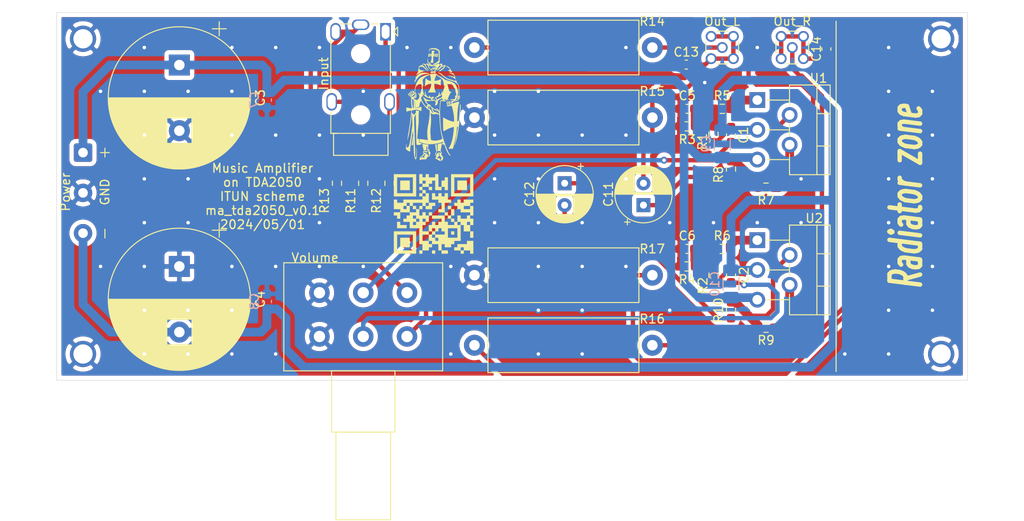
<source format=kicad_pcb>
(kicad_pcb (version 20171130) (host pcbnew "(5.1.12)-1")
  (title_block (title ma_tda2050) (date 2024-05-01) (rev v0.1) (company piro.tex))
  (layers (0 F.Cu signal) (31 B.Cu signal) (34 B.Paste user) (35 F.Paste user) (36 B.SilkS user) (37 F.SilkS user) (38 B.Mask user) (39 F.Mask user) (44 Edge.Cuts user))
  (net 0 "")
  (net 1 GND)
  (net 2 +VDC)
  (net 3 -VDC)
  (net 4 "Net-(C6-Pad1)")
  (net 5 "Net-(J3-Pad1)")
  (net 6 /ch_l)
  (net 7 "Net-(C1-Pad1)")
  (net 8 /ch_r)
  (net 9 "Net-(C2-Pad1)")
  (net 10 "Net-(C5-Pad1)")
  (net 11 "Net-(C11-Pad2)")
  (net 12 "Net-(C11-Pad1)")
  (net 13 "Net-(C12-Pad2)")
  (net 14 "Net-(C12-Pad1)")
  (net 15 "Net-(C13-Pad1)")
  (net 16 "Net-(C14-Pad1)")
  (net 17 "Net-(J2-PadT)")
  (net 18 "Net-(J2-PadS)")
  (net 19 "Net-(J2-PadR)")
  (net 20 "Net-(J4-Pad1)")
  (net 21 "Net-(R5-Pad1)")
  (net 22 "Net-(R6-Pad1)")
  (net 23 "Net-(R7-Pad2)")
  (net 24 "Net-(R10-Pad2)")
  (net 25 "Net-(R11-Pad1)")
  (net 26 "Net-(R12-Pad1)")
  (module mine:knight_10x13mm (layer F.Cu) (at 123 96.5)
    (fp_text reference G*** hide)
    (fp_text value LOGO hide)
  )
  (module mine:qr_code_front_10mm (layer F.Cu) (at 123 109)
    (fp_text reference G*** hide)
    (fp_text value LOGO hide)
  )
  (module MountingHole:MountingHole_2.2mm_M2 (layer F.Cu) (at 181 89)
    (fp_text reference REF** hide)
    (fp_text value MountingHole_2.2mm_M2)
    (pad 1 thru_hole circle (at 0 0) (size 3 3) (drill 2.2) (layers *.Cu *.Mask) (net 1 GND))
  )
  (module MountingHole:MountingHole_2.2mm_M2 (layer F.Cu) (at 181 125)
    (fp_text reference REF** hide)
    (fp_text value MountingHole_2.2mm_M2)
    (pad 1 thru_hole circle (at 0 0) (size 3 3) (drill 2.2) (layers *.Cu *.Mask) (net 1 GND))
  )
  (module MountingHole:MountingHole_2.2mm_M2 (layer F.Cu) (at 83 125)
    (fp_text reference REF** hide)
    (fp_text value MountingHole_2.2mm_M2)
    (pad 1 thru_hole circle (at 0 0) (size 3 3) (drill 2.2) (layers *.Cu *.Mask) (net 1 GND))
  )
  (module MountingHole:MountingHole_2.2mm_M2 (layer F.Cu) (at 83 89)
    (fp_text reference REF** hide)
    (fp_text value MountingHole_2.2mm_M2)
    (pad 1 thru_hole circle (at 0 0) (size 3 3) (drill 2.2) (layers *.Cu *.Mask) (net 1 GND))
  )
  (module Package_TO_SOT_THT:TO-220-5_P3.4x3.7mm_StaggerOdd_Lead3.8mm_Vertical (layer F.Cu) (at 160 112 270)
    (fp_text reference U2 (at -2.5 -6.5 180) (layer F.SilkS))
    (fp_text value TDA2050)
    (pad 5 thru_hole oval (at 6.8 0 270) (size 1.8 1.8) (drill 1.1) (layers *.Cu *.Mask) (net 2 +VDC))
    (pad 4 thru_hole oval (at 5.1 -3.7 270) (size 1.8 1.8) (drill 1.1) (layers *.Cu *.Mask) (net 20 "Net-(J4-Pad1)"))
    (pad 3 thru_hole oval (at 3.4 0 270) (size 1.8 1.8) (drill 1.1) (layers *.Cu *.Mask) (net 3 -VDC))
    (pad 2 thru_hole oval (at 1.7 -3.7 270) (size 1.8 1.8) (drill 1.1) (layers *.Cu *.Mask) (net 24 "Net-(R10-Pad2)"))
    (pad 1 thru_hole rect (at 0 0 270) (size 1.8 1.8) (drill 1.1) (layers *.Cu *.Mask) (net 22 "Net-(R6-Pad1)"))
  )
  (module Package_TO_SOT_THT:TO-220-5_P3.4x3.7mm_StaggerOdd_Lead3.8mm_Vertical (layer F.Cu) (at 160 96 270)
    (fp_text reference U1 (at -2.5 -7 180) (layer F.SilkS))
    (fp_text value TDA2050)
    (pad 5 thru_hole oval (at 6.8 0 270) (size 1.8 1.8) (drill 1.1) (layers *.Cu *.Mask) (net 2 +VDC))
    (pad 4 thru_hole oval (at 5.1 -3.7 270) (size 1.8 1.8) (drill 1.1) (layers *.Cu *.Mask) (net 5 "Net-(J3-Pad1)"))
    (pad 3 thru_hole oval (at 3.4 0 270) (size 1.8 1.8) (drill 1.1) (layers *.Cu *.Mask) (net 3 -VDC))
    (pad 2 thru_hole oval (at 1.7 -3.7 270) (size 1.8 1.8) (drill 1.1) (layers *.Cu *.Mask) (net 23 "Net-(R7-Pad2)"))
    (pad 1 thru_hole rect (at 0 0 270) (size 1.8 1.8) (drill 1.1) (layers *.Cu *.Mask) (net 21 "Net-(R5-Pad1)"))
  )
  (module Potentiometer_THT:Potentiometer_Alps_RK163_Dual_Horizontal (layer F.Cu) (at 110 123 270)
    (fp_text reference RV1 hide)
    (fp_text value 5k)
    (pad 4 thru_hole circle (at -5 0 270) (size 2.34 2.34) (drill 1.3) (layers *.Cu *.Mask) (net 1 GND))
    (pad 5 thru_hole circle (at -5 -5 270) (size 2.34 2.34) (drill 1.3) (layers *.Cu *.Mask) (net 6 /ch_l))
    (pad 6 thru_hole circle (at -5 -10 270) (size 2.34 2.34) (drill 1.3) (layers *.Cu *.Mask) (net 25 "Net-(R11-Pad1)"))
    (pad 1 thru_hole circle (at 0 0 270) (size 2.34 2.34) (drill 1.3) (layers *.Cu *.Mask) (net 1 GND))
    (pad 2 thru_hole circle (at 0 -5 270) (size 2.34 2.34) (drill 1.3) (layers *.Cu *.Mask) (net 8 /ch_r))
    (pad 3 thru_hole circle (at 0 -10 270) (size 2.34 2.34) (drill 1.3) (layers *.Cu *.Mask) (net 26 "Net-(R12-Pad1)"))
  )
  (module Resistor_THT:R_Axial_DIN0617_L17.0mm_D6.0mm_P20.32mm_Horizontal (layer F.Cu) (at 127.7 116)
    (fp_text reference R17 (at 20.3 -3) (layer F.SilkS))
    (fp_text value 0R2)
    (pad 2 thru_hole oval (at 20.32 0) (size 2.4 2.4) (drill 1.2) (layers *.Cu *.Mask) (net 13 "Net-(C12-Pad2)"))
    (pad 1 thru_hole circle (at 0 0) (size 2.4 2.4) (drill 1.2) (layers *.Cu *.Mask) (net 1 GND))
  )
  (module Resistor_THT:R_Axial_DIN0617_L17.0mm_D6.0mm_P20.32mm_Horizontal (layer F.Cu) (at 127.7 124)
    (fp_text reference R16 (at 20.3 -3) (layer F.SilkS))
    (fp_text value 2R2)
    (pad 2 thru_hole oval (at 20.32 0) (size 2.4 2.4) (drill 1.2) (layers *.Cu *.Mask) (net 20 "Net-(J4-Pad1)"))
    (pad 1 thru_hole circle (at 0 0) (size 2.4 2.4) (drill 1.2) (layers *.Cu *.Mask) (net 16 "Net-(C14-Pad1)"))
  )
  (module Resistor_THT:R_Axial_DIN0617_L17.0mm_D6.0mm_P20.32mm_Horizontal (layer F.Cu) (at 127.7 98)
    (fp_text reference R15 (at 20.3 -3) (layer F.SilkS))
    (fp_text value 0R2)
    (pad 2 thru_hole oval (at 20.32 0) (size 2.4 2.4) (drill 1.2) (layers *.Cu *.Mask) (net 11 "Net-(C11-Pad2)"))
    (pad 1 thru_hole circle (at 0 0) (size 2.4 2.4) (drill 1.2) (layers *.Cu *.Mask) (net 1 GND))
  )
  (module Resistor_THT:R_Axial_DIN0617_L17.0mm_D6.0mm_P20.32mm_Horizontal (layer F.Cu) (at 127.7 90)
    (fp_text reference R14 (at 20.3 -3) (layer F.SilkS))
    (fp_text value 2R2)
    (pad 2 thru_hole oval (at 20.32 0) (size 2.4 2.4) (drill 1.2) (layers *.Cu *.Mask) (net 5 "Net-(J3-Pad1)"))
    (pad 1 thru_hole circle (at 0 0) (size 2.4 2.4) (drill 1.2) (layers *.Cu *.Mask) (net 15 "Net-(C13-Pad1)"))
  )
  (module Resistor_SMD:R_0603_1608Metric_Pad0.98x0.95mm_HandSolder (layer F.Cu) (at 112 105.5 90)
    (fp_text reference R13 (at -2 -1.43 90) (layer F.SilkS))
    (fp_text value 0R)
    (pad 2 smd roundrect (at 0.9125 0 90) (size 0.975 0.95) (layers F.Cu F.Paste F.Mask) (net 18 "Net-(J2-PadS)"))
    (pad 1 smd roundrect (at -0.9125 0 90) (size 0.975 0.95) (layers F.Cu F.Paste F.Mask) (net 1 GND))
  )
  (module Resistor_SMD:R_0603_1608Metric_Pad0.98x0.95mm_HandSolder (layer F.Cu) (at 118 105.5 90)
    (fp_text reference R12 (at -2 -1.5 90) (layer F.SilkS))
    (fp_text value 0R)
    (pad 2 smd roundrect (at 0.9125 0 90) (size 0.975 0.95) (layers F.Cu F.Paste F.Mask) (net 19 "Net-(J2-PadR)"))
    (pad 1 smd roundrect (at -0.9125 0 90) (size 0.975 0.95) (layers F.Cu F.Paste F.Mask) (net 26 "Net-(R12-Pad1)"))
  )
  (module Resistor_SMD:R_0603_1608Metric_Pad0.98x0.95mm_HandSolder (layer F.Cu) (at 115 105.5 90)
    (fp_text reference R11 (at -2 -1.43 90) (layer F.SilkS))
    (fp_text value 0R)
    (pad 2 smd roundrect (at 0.9125 0 90) (size 0.975 0.95) (layers F.Cu F.Paste F.Mask) (net 17 "Net-(J2-PadT)"))
    (pad 1 smd roundrect (at -0.9125 0 90) (size 0.975 0.95) (layers F.Cu F.Paste F.Mask) (net 25 "Net-(R11-Pad1)"))
  )
  (module Resistor_SMD:R_0603_1608Metric_Pad0.98x0.95mm_HandSolder (layer F.Cu) (at 157 120 90)
    (fp_text reference R10 (at 0 -1.43 90) (layer F.SilkS))
    (fp_text value 1k)
    (pad 2 smd roundrect (at 0.9125 0 90) (size 0.975 0.95) (layers F.Cu F.Paste F.Mask) (net 24 "Net-(R10-Pad2)"))
    (pad 1 smd roundrect (at -0.9125 0 90) (size 0.975 0.95) (layers F.Cu F.Paste F.Mask) (net 14 "Net-(C12-Pad1)"))
  )
  (module Resistor_SMD:R_0603_1608Metric_Pad0.98x0.95mm_HandSolder (layer F.Cu) (at 161 122 180)
    (fp_text reference R9 (at 0 -1.43) (layer F.SilkS))
    (fp_text value 200k)
    (pad 2 smd roundrect (at 0.9125 0 180) (size 0.975 0.95) (layers F.Cu F.Paste F.Mask) (net 24 "Net-(R10-Pad2)"))
    (pad 1 smd roundrect (at -0.9125 0 180) (size 0.975 0.95) (layers F.Cu F.Paste F.Mask) (net 20 "Net-(J4-Pad1)"))
  )
  (module Resistor_SMD:R_0603_1608Metric_Pad0.98x0.95mm_HandSolder (layer F.Cu) (at 157 103.87 90)
    (fp_text reference R8 (at -0.63 -1.43 90) (layer F.SilkS))
    (fp_text value 1k)
    (pad 2 smd roundrect (at 0.9125 0 90) (size 0.975 0.95) (layers F.Cu F.Paste F.Mask) (net 23 "Net-(R7-Pad2)"))
    (pad 1 smd roundrect (at -0.9125 0 90) (size 0.975 0.95) (layers F.Cu F.Paste F.Mask) (net 12 "Net-(C11-Pad1)"))
  )
  (module Resistor_SMD:R_0603_1608Metric_Pad0.98x0.95mm_HandSolder (layer F.Cu) (at 161 106 180)
    (fp_text reference R7 (at 0 -1.43) (layer F.SilkS))
    (fp_text value 200k)
    (pad 2 smd roundrect (at 0.9125 0 180) (size 0.975 0.95) (layers F.Cu F.Paste F.Mask) (net 23 "Net-(R7-Pad2)"))
    (pad 1 smd roundrect (at -0.9125 0 180) (size 0.975 0.95) (layers F.Cu F.Paste F.Mask) (net 5 "Net-(J3-Pad1)"))
  )
  (module Resistor_SMD:R_0603_1608Metric_Pad0.98x0.95mm_HandSolder (layer F.Cu) (at 156 113 180)
    (fp_text reference R6 (at 0 1.5) (layer F.SilkS))
    (fp_text value 2k2)
    (pad 2 smd roundrect (at 0.9125 0 180) (size 0.975 0.95) (layers F.Cu F.Paste F.Mask) (net 4 "Net-(C6-Pad1)"))
    (pad 1 smd roundrect (at -0.9125 0 180) (size 0.975 0.95) (layers F.Cu F.Paste F.Mask) (net 22 "Net-(R6-Pad1)"))
  )
  (module Resistor_SMD:R_0603_1608Metric_Pad0.98x0.95mm_HandSolder (layer F.Cu) (at 156 97 180)
    (fp_text reference R5 (at 0 1.5) (layer F.SilkS))
    (fp_text value 2k2)
    (pad 2 smd roundrect (at 0.9125 0 180) (size 0.975 0.95) (layers F.Cu F.Paste F.Mask) (net 10 "Net-(C5-Pad1)"))
    (pad 1 smd roundrect (at -0.9125 0 180) (size 0.975 0.95) (layers F.Cu F.Paste F.Mask) (net 21 "Net-(R5-Pad1)"))
  )
  (module Resistor_SMD:R_0603_1608Metric_Pad0.98x0.95mm_HandSolder (layer F.Cu) (at 152 115)
    (fp_text reference R4 (at 0 1.5) (layer F.SilkS))
    (fp_text value 22k)
    (pad 2 smd roundrect (at 0.9125 0) (size 0.975 0.95) (layers F.Cu F.Paste F.Mask) (net 4 "Net-(C6-Pad1)"))
    (pad 1 smd roundrect (at -0.9125 0) (size 0.975 0.95) (layers F.Cu F.Paste F.Mask) (net 1 GND))
  )
  (module Resistor_SMD:R_0603_1608Metric_Pad0.98x0.95mm_HandSolder (layer F.Cu) (at 152 99)
    (fp_text reference R3 (at 0 1.5) (layer F.SilkS))
    (fp_text value 22k)
    (pad 2 smd roundrect (at 0.9125 0) (size 0.975 0.95) (layers F.Cu F.Paste F.Mask) (net 10 "Net-(C5-Pad1)"))
    (pad 1 smd roundrect (at -0.9125 0) (size 0.975 0.95) (layers F.Cu F.Paste F.Mask) (net 1 GND))
  )
  (module Resistor_SMD:R_0603_1608Metric_Pad0.98x0.95mm_HandSolder (layer F.Cu) (at 155 116 270)
    (fp_text reference R2 (at 1.2 1.2 90) (layer F.SilkS))
    (fp_text value 2k2)
    (pad 2 smd roundrect (at 0.9125 0 270) (size 0.975 0.95) (layers F.Cu F.Paste F.Mask) (net 9 "Net-(C2-Pad1)"))
    (pad 1 smd roundrect (at -0.9125 0 270) (size 0.975 0.95) (layers F.Cu F.Paste F.Mask) (net 4 "Net-(C6-Pad1)"))
  )
  (module Resistor_SMD:R_0603_1608Metric_Pad0.98x0.95mm_HandSolder (layer F.Cu) (at 155 99.9125 270)
    (fp_text reference R1 (at 0.8375 1.25 90) (layer F.SilkS))
    (fp_text value 2k2)
    (pad 2 smd roundrect (at 0.9125 0 270) (size 0.975 0.95) (layers F.Cu F.Paste F.Mask) (net 7 "Net-(C1-Pad1)"))
    (pad 1 smd roundrect (at -0.9125 0 270) (size 0.975 0.95) (layers F.Cu F.Paste F.Mask) (net 10 "Net-(C5-Pad1)"))
  )
  (module Connector_Coaxial:MMCX_Molex_73415-1471_Vertical (layer F.Cu) (at 164 90)
    (fp_text reference J4 hide)
    (fp_text value Out_R)
    (pad 2 thru_hole circle (at -1.27 1.27) (size 1.24 1.24) (drill 0.84) (layers *.Cu *.Mask) (net 13 "Net-(C12-Pad2)"))
    (pad 2 thru_hole circle (at 1.27 -1.27) (size 1.24 1.24) (drill 0.84) (layers *.Cu *.Mask) (net 13 "Net-(C12-Pad2)"))
    (pad 2 thru_hole circle (at 1.27 1.27) (size 1.24 1.24) (drill 0.84) (layers *.Cu *.Mask) (net 13 "Net-(C12-Pad2)"))
    (pad 2 thru_hole circle (at -1.27 -1.27) (size 1.24 1.24) (drill 0.84) (layers *.Cu *.Mask) (net 13 "Net-(C12-Pad2)"))
    (pad 1 thru_hole circle (at 0 0) (size 1.24 1.24) (drill 0.84) (layers *.Cu *.Mask) (net 20 "Net-(J4-Pad1)"))
  )
  (module Connector_Coaxial:MMCX_Molex_73415-1471_Vertical (layer F.Cu) (at 156 90)
    (fp_text reference J3 hide)
    (fp_text value Out_L)
    (pad 2 thru_hole circle (at -1.27 1.27) (size 1.24 1.24) (drill 0.84) (layers *.Cu *.Mask) (net 11 "Net-(C11-Pad2)"))
    (pad 2 thru_hole circle (at 1.27 -1.27) (size 1.24 1.24) (drill 0.84) (layers *.Cu *.Mask) (net 11 "Net-(C11-Pad2)"))
    (pad 2 thru_hole circle (at 1.27 1.27) (size 1.24 1.24) (drill 0.84) (layers *.Cu *.Mask) (net 11 "Net-(C11-Pad2)"))
    (pad 2 thru_hole circle (at -1.27 -1.27) (size 1.24 1.24) (drill 0.84) (layers *.Cu *.Mask) (net 11 "Net-(C11-Pad2)"))
    (pad 1 thru_hole circle (at 0 0) (size 1.24 1.24) (drill 0.84) (layers *.Cu *.Mask) (net 5 "Net-(J3-Pad1)"))
  )
  (module mine:Jack_3.5mm_PJ322 (layer F.Cu) (at 117 90.5 180)
    (fp_text reference J2 hide)
    (fp_text value Input)
    (pad "" np_thru_hole circle (at 2.3 -0.2 180) (size 1.2 1.2) (drill 1.2) (layers *.Cu *.Mask))
    (pad "" np_thru_hole circle (at 2.3 -7.2 180) (size 1.2 1.2) (drill 1.2) (layers *.Cu *.Mask))
    (pad T thru_hole oval (at -1 -5.7 270) (size 2 1.2) (drill oval 1.6 0.9) (layers *.Cu *.Mask) (net 17 "Net-(J2-PadT)"))
    (pad S thru_hole oval (at 5.15 2.3 270) (size 2 1.2) (drill oval 1.6 0.9) (layers *.Cu *.Mask) (net 18 "Net-(J2-PadS)"))
    (pad R thru_hole rect (at -0.55 2.3 270) (size 2 1.2) (drill oval 1.6 0.9) (layers *.Cu *.Mask) (net 19 "Net-(J2-PadR)"))
    (pad S thru_hole oval (at 2.3 3.1 180) (size 2 1.2) (drill oval 1.6 0.9) (layers *.Cu *.Mask) (net 18 "Net-(J2-PadS)"))
    (pad T thru_hole oval (at 5.6 -5.7 270) (size 2 1.2) (drill oval 1.6 0.9) (layers *.Cu *.Mask) (net 17 "Net-(J2-PadT)"))
  )
  (module Connector_Wire:SolderWire-0.5sqmm_1x03_P4.6mm_D0.9mm_OD2.1mm (layer F.Cu) (at 83 102 270)
    (fp_text reference J1 hide)
    (fp_text value Power)
    (pad 3 thru_hole circle (at 9.2 0 270) (size 2.1 2.1) (drill 1.1) (layers *.Cu *.Mask) (net 3 -VDC))
    (pad 2 thru_hole circle (at 4.6 0 270) (size 2.1 2.1) (drill 1.1) (layers *.Cu *.Mask) (net 1 GND))
    (pad 1 thru_hole roundrect (at 0 0 270) (size 2.1 2.1) (drill 1.1) (layers *.Cu *.Mask) (roundrect_rratio 0.119047619047619) (net 2 +VDC))
  )
  (module Capacitor_SMD:C_0603_1608Metric_Pad1.08x0.95mm_HandSolder (layer F.Cu) (at 167.894 90.17 270)
    (fp_text reference C14 (at 0 1.144 90) (layer F.SilkS))
    (fp_text value 470n)
    (pad 2 smd roundrect (at 0.8625 0 270) (size 1.075 0.95) (layers F.Cu F.Paste F.Mask) (net 13 "Net-(C12-Pad2)"))
    (pad 1 smd roundrect (at -0.8625 0 270) (size 1.075 0.95) (layers F.Cu F.Paste F.Mask) (net 16 "Net-(C14-Pad1)"))
  )
  (module Capacitor_SMD:C_0603_1608Metric_Pad1.08x0.95mm_HandSolder (layer F.Cu) (at 151.892 91.948)
    (fp_text reference C13 (at 0 -1.43 180) (layer F.SilkS))
    (fp_text value 470n)
    (pad 2 smd roundrect (at 0.8625 0) (size 1.075 0.95) (layers F.Cu F.Paste F.Mask) (net 11 "Net-(C11-Pad2)"))
    (pad 1 smd roundrect (at -0.8625 0) (size 1.075 0.95) (layers F.Cu F.Paste F.Mask) (net 15 "Net-(C13-Pad1)"))
  )
  (module Capacitor_THT:CP_Radial_D6.3mm_P2.50mm (layer F.Cu) (at 138 105.5 270)
    (fp_text reference C12 (at 1.25 4 90) (layer F.SilkS))
    (fp_text value 100u/50V)
    (pad 2 thru_hole circle (at 2.5 0 270) (size 1.6 1.6) (drill 0.8) (layers *.Cu *.Mask) (net 13 "Net-(C12-Pad2)"))
    (pad 1 thru_hole rect (at 0 0 270) (size 1.6 1.6) (drill 0.8) (layers *.Cu *.Mask) (net 14 "Net-(C12-Pad1)"))
  )
  (module Capacitor_THT:CP_Radial_D6.3mm_P2.50mm (layer F.Cu) (at 147 108 90)
    (fp_text reference C11 (at 1.25 -4 90) (layer F.SilkS))
    (fp_text value 100u/50V)
    (pad 2 thru_hole circle (at 2.5 0 90) (size 1.6 1.6) (drill 0.8) (layers *.Cu *.Mask) (net 11 "Net-(C11-Pad2)"))
    (pad 1 thru_hole rect (at 0 0 90) (size 1.6 1.6) (drill 0.8) (layers *.Cu *.Mask) (net 12 "Net-(C11-Pad1)"))
  )
  (module Capacitor_SMD:C_1206_3216Metric_Pad1.33x1.80mm_HandSolder (layer B.Cu) (at 157 117 270)
    (fp_text reference C10 (at 0 1.85 90) (layer B.SilkS) (effects (justify mirror)))
    (fp_text value 330n/100V)
    (pad 2 smd roundrect (at 1.5625 0 270) (size 1.325 1.8) (layers B.Cu B.Paste B.Mask) (roundrect_rratio 0.1886784905660377) (net 2 +VDC))
    (pad 1 smd roundrect (at -1.5625 0 270) (size 1.325 1.8) (layers B.Cu B.Paste B.Mask) (roundrect_rratio 0.1886784905660377) (net 3 -VDC))
  )
  (module Capacitor_SMD:C_1206_3216Metric_Pad1.33x1.80mm_HandSolder (layer B.Cu) (at 156 101 270)
    (fp_text reference C9 (at 0 1.85 270) (layer B.SilkS) (effects (justify mirror)))
    (fp_text value 330n/100V)
    (pad 2 smd roundrect (at 1.5625 0 270) (size 1.325 1.8) (layers B.Cu B.Paste B.Mask) (roundrect_rratio 0.1886784905660377) (net 2 +VDC))
    (pad 1 smd roundrect (at -1.5625 0 270) (size 1.325 1.8) (layers B.Cu B.Paste B.Mask) (roundrect_rratio 0.1886784905660377) (net 3 -VDC))
  )
  (module Capacitor_SMD:C_0603_1608Metric_Pad1.08x0.95mm_HandSolder (layer B.Cu) (at 104 119 270)
    (fp_text reference C8 (at 0 1.43 270) (layer B.SilkS) (effects (justify mirror)))
    (fp_text value 100n)
    (pad 2 smd roundrect (at 0.8625 0 270) (size 1.075 0.95) (layers B.Cu B.Paste B.Mask) (net 3 -VDC))
    (pad 1 smd roundrect (at -0.8625 0 270) (size 1.075 0.95) (layers B.Cu B.Paste B.Mask) (net 1 GND))
  )
  (module Capacitor_SMD:C_0603_1608Metric_Pad1.08x0.95mm_HandSolder (layer B.Cu) (at 104 96 270)
    (fp_text reference C7 (at 0 1.43 270) (layer B.SilkS) (effects (justify mirror)))
    (fp_text value 100n)
    (pad 2 smd roundrect (at 0.8625 0 270) (size 1.075 0.95) (layers B.Cu B.Paste B.Mask) (net 1 GND))
    (pad 1 smd roundrect (at -0.8625 0 270) (size 1.075 0.95) (layers B.Cu B.Paste B.Mask) (net 2 +VDC))
  )
  (module Capacitor_SMD:C_0603_1608Metric_Pad1.08x0.95mm_HandSolder (layer F.Cu) (at 152 113 180)
    (fp_text reference C6 (at 0 1.5) (layer F.SilkS))
    (fp_text value 220p)
    (pad 2 smd roundrect (at 0.8625 0 180) (size 1.075 0.95) (layers F.Cu F.Paste F.Mask) (net 1 GND))
    (pad 1 smd roundrect (at -0.8625 0 180) (size 1.075 0.95) (layers F.Cu F.Paste F.Mask) (net 4 "Net-(C6-Pad1)"))
  )
  (module Capacitor_SMD:C_0603_1608Metric_Pad1.08x0.95mm_HandSolder (layer F.Cu) (at 152 97 180)
    (fp_text reference C5 (at 0 1.5) (layer F.SilkS))
    (fp_text value 220p)
    (pad 2 smd roundrect (at 0.8625 0 180) (size 1.075 0.95) (layers F.Cu F.Paste F.Mask) (net 1 GND))
    (pad 1 smd roundrect (at -0.8625 0 180) (size 1.075 0.95) (layers F.Cu F.Paste F.Mask) (net 10 "Net-(C5-Pad1)"))
  )
  (module Capacitor_THT:CP_Radial_D16.0mm_P7.50mm (layer F.Cu) (at 94 115 270)
    (fp_text reference C4 (at 3.75 -9.25 90) (layer F.SilkS))
    (fp_text value 2200u/50V)
    (pad 2 thru_hole circle (at 7.5 0 270) (size 2.4 2.4) (drill 1.2) (layers *.Cu *.Mask) (net 3 -VDC))
    (pad 1 thru_hole rect (at 0 0 270) (size 2.4 2.4) (drill 1.2) (layers *.Cu *.Mask) (net 1 GND))
  )
  (module Capacitor_THT:CP_Radial_D16.0mm_P7.50mm (layer F.Cu) (at 94 92 270)
    (fp_text reference C3 (at 3.75 -9.25 90) (layer F.SilkS))
    (fp_text value 2200u/50V)
    (pad 2 thru_hole circle (at 7.5 0 270) (size 2.4 2.4) (drill 1.2) (layers *.Cu *.Mask) (net 1 GND))
    (pad 1 thru_hole rect (at 0 0 270) (size 2.4 2.4) (drill 1.2) (layers *.Cu *.Mask) (net 2 +VDC))
  )
  (module Capacitor_SMD:C_0603_1608Metric_Pad1.08x0.95mm_HandSolder (layer F.Cu) (at 157 116 270)
    (fp_text reference C2 (at 0 -1.5 90) (layer F.SilkS))
    (fp_text value 1u)
    (pad 2 smd roundrect (at 0.8625 0 270) (size 1.075 0.95) (layers F.Cu F.Paste F.Mask) (net 8 /ch_r))
    (pad 1 smd roundrect (at -0.8625 0 270) (size 1.075 0.95) (layers F.Cu F.Paste F.Mask) (net 9 "Net-(C2-Pad1)"))
  )
  (module Capacitor_SMD:C_0603_1608Metric_Pad1.08x0.95mm_HandSolder (layer F.Cu) (at 157 100 270)
    (fp_text reference C1 (at 0 -1.43 90) (layer F.SilkS))
    (fp_text value 1u)
    (pad 2 smd roundrect (at 0.8625 0 270) (size 1.075 0.95) (layers F.Cu F.Paste F.Mask) (net 6 /ch_l))
    (pad 1 smd roundrect (at -0.8625 0 270) (size 1.075 0.95) (layers F.Cu F.Paste F.Mask) (net 7 "Net-(C1-Pad1)"))
  )
  (gr_text "Radiator zone" (at 177 107 90) (layer F.SilkS) (effects (font (size 3.5 2) (thickness 0.5) italic)))
  (gr_line (start 169 127) (end 169 87) (layer F.SilkS) (width 0.12))
  (gr_text Out_R (at 164 87) (layer F.SilkS) (effects (font (size 1 1))))
  (gr_text Out_L (at 156 87) (layer F.SilkS) (effects (font (size 1 1))))
  (gr_text Input (at 110.5 93 90) (layer F.SilkS) (effects (font (size 1 1))))
  (gr_text Volume (at 109.5 114) (layer F.SilkS) (effects (font (size 1 1))))
  (gr_text GND (at 85.5 106.5 90) (layer F.SilkS) (effects (font (size 1 1))))
  (gr_line (start 85.5 111.75) (end 85.5 110.75) (layer F.SilkS) (width 0.12))
  (gr_line (start 85.5 101.5) (end 85.5 102.5) (layer F.SilkS) (width 0.12))
  (gr_line (start 85 102) (end 86 102) (layer F.SilkS) (width 0.12))
  (gr_text Power (at 81 106.5 90) (layer F.SilkS) (effects (font (size 1 1))))
  (gr_text "Music Amplifier\non TDA2050\nITUN scheme\nma_tda2050_v0.1\n2024/05/01" (at 103.5 107) (layer F.SilkS) (effects (font (size 1 1))))
  (gr_line (start 80 86) (end 80 128) (layer Edge.Cuts) (width 0.05))
  (gr_line (start 184 128) (end 184 86) (layer Edge.Cuts) (width 0.05))
  (gr_line (start 80 128) (end 184 128) (layer Edge.Cuts) (width 0.05))
  (gr_line (start 80 86) (end 184 86) (layer Edge.Cuts) (width 0.05))
  (via (at 90 90) (size 0.8) (drill 0.4) (layers F.Cu B.Cu) (net 1))
  (via (at 100 90) (size 0.8) (drill 0.4) (layers F.Cu B.Cu) (net 1))
  (via (at 100 95) (size 0.8) (drill 0.4) (layers F.Cu B.Cu) (net 1))
  (via (at 90 95) (size 0.8) (drill 0.4) (layers F.Cu B.Cu) (net 1))
  (via (at 95 95) (size 0.8) (drill 0.4) (layers F.Cu B.Cu) (net 1))
  (via (at 100 100) (size 0.8) (drill 0.4) (layers F.Cu B.Cu) (net 1))
  (via (at 90 100) (size 0.8) (drill 0.4) (layers F.Cu B.Cu) (net 1))
  (via (at 90 105) (size 0.8) (drill 0.4) (layers F.Cu B.Cu) (net 1))
  (via (at 95 105) (size 0.8) (drill 0.4) (layers F.Cu B.Cu) (net 1))
  (via (at 95 110) (size 0.8) (drill 0.4) (layers F.Cu B.Cu) (net 1))
  (via (at 90 110) (size 0.8) (drill 0.4) (layers F.Cu B.Cu) (net 1))
  (via (at 90 115) (size 0.8) (drill 0.4) (layers F.Cu B.Cu) (net 1))
  (via (at 85 115) (size 0.8) (drill 0.4) (layers F.Cu B.Cu) (net 1))
  (via (at 85 95) (size 0.8) (drill 0.4) (layers F.Cu B.Cu) (net 1))
  (via (at 90 120) (size 0.8) (drill 0.4) (layers F.Cu B.Cu) (net 1))
  (via (at 95 120) (size 0.8) (drill 0.4) (layers F.Cu B.Cu) (net 1))
  (via (at 100 120) (size 0.8) (drill 0.4) (layers F.Cu B.Cu) (net 1))
  (via (at 100 115) (size 0.8) (drill 0.4) (layers F.Cu B.Cu) (net 1))
  (via (at 100 125) (size 0.8) (drill 0.4) (layers F.Cu B.Cu) (net 1))
  (via (at 90 125) (size 0.8) (drill 0.4) (layers F.Cu B.Cu) (net 1))
  (via (at 95 125) (size 0.8) (drill 0.4) (layers F.Cu B.Cu) (net 1))
  (via (at 105 90) (size 0.8) (drill 0.4) (layers F.Cu B.Cu) (net 1))
  (via (at 105 100) (size 0.8) (drill 0.4) (layers F.Cu B.Cu) (net 1))
  (via (at 110 100) (size 0.8) (drill 0.4) (layers F.Cu B.Cu) (net 1))
  (via (at 110 90) (size 0.8) (drill 0.4) (layers F.Cu B.Cu) (net 1))
  (via (at 110 105) (size 0.8) (drill 0.4) (layers F.Cu B.Cu) (net 1))
  (via (at 110 110) (size 0.8) (drill 0.4) (layers F.Cu B.Cu) (net 1))
  (via (at 110 115) (size 0.8) (drill 0.4) (layers F.Cu B.Cu) (net 1))
  (via (at 105 115) (size 0.8) (drill 0.4) (layers F.Cu B.Cu) (net 1))
  (via (at 105 125) (size 0.8) (drill 0.4) (layers F.Cu B.Cu) (net 1))
  (via (at 115 115) (size 0.8) (drill 0.4) (layers F.Cu B.Cu) (net 1))
  (via (at 125 115) (size 0.8) (drill 0.4) (layers F.Cu B.Cu) (net 1))
  (via (at 125 125) (size 0.8) (drill 0.4) (layers F.Cu B.Cu) (net 1))
  (via (at 135 125) (size 0.8) (drill 0.4) (layers F.Cu B.Cu) (net 1))
  (via (at 135 120) (size 0.8) (drill 0.4) (layers F.Cu B.Cu) (net 1))
  (via (at 135 115) (size 0.8) (drill 0.4) (layers F.Cu B.Cu) (net 1))
  (via (at 130 110) (size 0.8) (drill 0.4) (layers F.Cu B.Cu) (net 1))
  (via (at 135 110) (size 0.8) (drill 0.4) (layers F.Cu B.Cu) (net 1))
  (via (at 135 105) (size 0.8) (drill 0.4) (layers F.Cu B.Cu) (net 1))
  (via (at 130 105) (size 0.8) (drill 0.4) (layers F.Cu B.Cu) (net 1))
  (via (at 130 100) (size 0.8) (drill 0.4) (layers F.Cu B.Cu) (net 1))
  (via (at 135 100) (size 0.8) (drill 0.4) (layers F.Cu B.Cu) (net 1))
  (via (at 135 95) (size 0.8) (drill 0.4) (layers F.Cu B.Cu) (net 1))
  (via (at 130 95) (size 0.8) (drill 0.4) (layers F.Cu B.Cu) (net 1))
  (via (at 125 90) (size 0.8) (drill 0.4) (layers F.Cu B.Cu) (net 1))
  (via (at 120 90) (size 0.8) (drill 0.4) (layers F.Cu B.Cu) (net 1))
  (via (at 145 90) (size 0.8) (drill 0.4) (layers F.Cu B.Cu) (net 1))
  (via (at 145 100) (size 0.8) (drill 0.4) (layers F.Cu B.Cu) (net 1))
  (via (at 140 100) (size 0.8) (drill 0.4) (layers F.Cu B.Cu) (net 1))
  (via (at 145 105) (size 0.8) (drill 0.4) (layers F.Cu B.Cu) (net 1))
  (via (at 140 110) (size 0.8) (drill 0.4) (layers F.Cu B.Cu) (net 1))
  (via (at 140 115) (size 0.8) (drill 0.4) (layers F.Cu B.Cu) (net 1))
  (via (at 145 115) (size 0.8) (drill 0.4) (layers F.Cu B.Cu) (net 1))
  (via (at 140 120) (size 0.8) (drill 0.4) (layers F.Cu B.Cu) (net 1))
  (via (at 140 125) (size 0.8) (drill 0.4) (layers F.Cu B.Cu) (net 1))
  (via (at 150 120) (size 0.8) (drill 0.4) (layers F.Cu B.Cu) (net 1))
  (via (at 150 110) (size 0.8) (drill 0.4) (layers F.Cu B.Cu) (net 1))
  (via (at 155 110) (size 0.8) (drill 0.4) (layers F.Cu B.Cu) (net 1))
  (via (at 165 110) (size 0.8) (drill 0.4) (layers F.Cu B.Cu) (net 1))
  (via (at 165 105) (size 0.8) (drill 0.4) (layers F.Cu B.Cu) (net 1))
  (via (at 160 90) (size 0.8) (drill 0.4) (layers F.Cu B.Cu) (net 1))
  (via (at 175 90) (size 0.8) (drill 0.4) (layers F.Cu B.Cu) (net 1))
  (via (at 175 95) (size 0.8) (drill 0.4) (layers F.Cu B.Cu) (net 1))
  (via (at 180 95) (size 0.8) (drill 0.4) (layers F.Cu B.Cu) (net 1))
  (via (at 180 100) (size 0.8) (drill 0.4) (layers F.Cu B.Cu) (net 1))
  (via (at 175 100) (size 0.8) (drill 0.4) (layers F.Cu B.Cu) (net 1))
  (via (at 175 105) (size 0.8) (drill 0.4) (layers F.Cu B.Cu) (net 1))
  (via (at 180 105) (size 0.8) (drill 0.4) (layers F.Cu B.Cu) (net 1))
  (via (at 180 110) (size 0.8) (drill 0.4) (layers F.Cu B.Cu) (net 1))
  (via (at 175 110) (size 0.8) (drill 0.4) (layers F.Cu B.Cu) (net 1))
  (via (at 175 115) (size 0.8) (drill 0.4) (layers F.Cu B.Cu) (net 1))
  (via (at 180 115) (size 0.8) (drill 0.4) (layers F.Cu B.Cu) (net 1))
  (via (at 180 120) (size 0.8) (drill 0.4) (layers F.Cu B.Cu) (net 1))
  (via (at 175 120) (size 0.8) (drill 0.4) (layers F.Cu B.Cu) (net 1))
  (via (at 170 125) (size 0.8) (drill 0.4) (layers F.Cu B.Cu) (net 1))
  (via (at 175 125) (size 0.8) (drill 0.4) (layers F.Cu B.Cu) (net 1))
  (via (at 154 94) (size 0.8) (drill 0.4) (layers F.Cu B.Cu) (net 1))
  (via (at 115 100) (size 0.8) (drill 0.4) (layers F.Cu B.Cu) (net 1))
  (via (at 115 95) (size 0.8) (drill 0.4) (layers F.Cu B.Cu) (net 1))
  (via (at 160 110) (size 0.8) (drill 0.4) (layers F.Cu B.Cu) (net 1))
  (segment (start 83 102) (end 83 95.054) (width 1) (layer B.Cu) (net 2))
  (segment (start 86.054 92) (end 94 92) (width 1) (layer B.Cu) (net 2))
  (segment (start 83 95.054) (end 86.054 92) (width 1) (layer B.Cu) (net 2))
  (segment (start 94 92) (end 103.43 92) (width 1) (layer B.Cu) (net 2))
  (segment (start 104 92.57) (end 104 95.1375) (width 1) (layer B.Cu) (net 2))
  (segment (start 103.43 92) (end 104 92.57) (width 1) (layer B.Cu) (net 2))
  (segment (start 104.562606 95.1375) (end 105.974106 93.726) (width 1) (layer B.Cu) (net 2))
  (segment (start 104 95.1375) (end 104.562606 95.1375) (width 1) (layer B.Cu) (net 2))
  (segment (start 105.974106 93.726) (end 150.622 93.726) (width 1) (layer B.Cu) (net 2))
  (segment (start 150.622 93.726) (end 151.638 94.742) (width 1) (layer B.Cu) (net 2))
  (segment (start 151.638 94.742) (end 151.638 100.838) (width 1) (layer B.Cu) (net 2))
  (segment (start 153.3625 102.5625) (end 156 102.5625) (width 1) (layer B.Cu) (net 2))
  (segment (start 151.638 100.838) (end 153.3625 102.5625) (width 1) (layer B.Cu) (net 2))
  (segment (start 151.638 100.838) (end 151.638 116.84) (width 1) (layer B.Cu) (net 2))
  (segment (start 153.3605 118.5625) (end 157 118.5625) (width 1) (layer B.Cu) (net 2))
  (segment (start 151.638 116.84) (end 153.3605 118.5625) (width 1) (layer B.Cu) (net 2))
  (segment (start 159.7625 102.5625) (end 160 102.8) (width 1) (layer B.Cu) (net 2))
  (segment (start 156 102.5625) (end 159.7625 102.5625) (width 1) (layer B.Cu) (net 2))
  (segment (start 159.7625 118.5625) (end 160 118.8) (width 1) (layer B.Cu) (net 2))
  (segment (start 157 118.5625) (end 159.7625 118.5625) (width 1) (layer B.Cu) (net 2))
  (segment (start 83 111.2) (end 83 119.322) (width 1) (layer B.Cu) (net 3))
  (segment (start 86.178 122.5) (end 94 122.5) (width 1) (layer B.Cu) (net 3))
  (segment (start 83 119.322) (end 86.178 122.5) (width 1) (layer B.Cu) (net 3))
  (segment (start 94 122.5) (end 103.306 122.5) (width 1) (layer B.Cu) (net 3))
  (segment (start 104 121.806) (end 104 119.8625) (width 1) (layer B.Cu) (net 3))
  (segment (start 103.306 122.5) (end 104 121.806) (width 1) (layer B.Cu) (net 3))
  (segment (start 156 94.952) (end 156 99.4375) (width 1) (layer B.Cu) (net 3))
  (segment (start 157.226 93.726) (end 156 94.952) (width 1) (layer B.Cu) (net 3))
  (segment (start 165.1 93.726) (end 157.226 93.726) (width 1) (layer B.Cu) (net 3))
  (segment (start 168.656 97.282) (end 165.1 93.726) (width 1) (layer B.Cu) (net 3))
  (segment (start 159.9625 99.4375) (end 160 99.4) (width 1) (layer B.Cu) (net 3))
  (segment (start 156 99.4375) (end 159.9625 99.4375) (width 1) (layer B.Cu) (net 3))
  (segment (start 168.656 107.442) (end 159.004 107.442) (width 1) (layer B.Cu) (net 3))
  (segment (start 168.656 107.442) (end 168.656 97.282) (width 1) (layer B.Cu) (net 3))
  (segment (start 157 109.446) (end 157 115.4375) (width 1) (layer B.Cu) (net 3))
  (segment (start 159.004 107.442) (end 157 109.446) (width 1) (layer B.Cu) (net 3))
  (segment (start 159.9625 115.4375) (end 160 115.4) (width 1) (layer B.Cu) (net 3))
  (segment (start 157 115.4375) (end 159.9625 115.4375) (width 1) (layer B.Cu) (net 3))
  (segment (start 166.108 126.5) (end 168.656 123.952) (width 1) (layer B.Cu) (net 3))
  (segment (start 108.212 126.5) (end 166.108 126.5) (width 1) (layer B.Cu) (net 3))
  (segment (start 106.172 124.46) (end 108.212 126.5) (width 1) (layer B.Cu) (net 3))
  (segment (start 106.172 120.904) (end 106.172 124.46) (width 1) (layer B.Cu) (net 3))
  (segment (start 105.1305 119.8625) (end 106.172 120.904) (width 1) (layer B.Cu) (net 3))
  (segment (start 168.656 123.952) (end 168.656 107.442) (width 1) (layer B.Cu) (net 3))
  (segment (start 104 119.8625) (end 105.1305 119.8625) (width 1) (layer B.Cu) (net 3))
  (segment (start 155 113.0875) (end 155.0875 113) (width 1) (layer F.Cu) (net 4))
  (segment (start 152.8625 113) (end 152.8625 114.2545) (width 1) (layer F.Cu) (net 4))
  (segment (start 152.9125 114.3045) (end 152.8625 114.2545) (width 1) (layer F.Cu) (net 4))
  (segment (start 152.9125 115) (end 152.9125 114.3045) (width 1) (layer F.Cu) (net 4))
  (segment (start 152.9125 114.3045) (end 154.6815 114.3045) (width 1) (layer F.Cu) (net 4))
  (segment (start 155 113.986) (end 155 113.0875) (width 1) (layer F.Cu) (net 4))
  (segment (start 154.6815 114.3045) (end 155 113.986) (width 1) (layer F.Cu) (net 4))
  (segment (start 155 115.0875) (end 155 113.986) (width 1) (layer F.Cu) (net 4))
  (segment (start 161.9125 106) (end 162.478 106) (width 1) (layer F.Cu) (net 5))
  (segment (start 162.478 106) (end 163.7 104.778) (width 1) (layer F.Cu) (net 5))
  (segment (start 148.02 90) (end 148.02 89.978) (width 1) (layer F.Cu) (net 5))
  (segment (start 156 90) (end 150.452 90) (width 0.5) (layer F.Cu) (net 5))
  (segment (start 150.452 90) (end 148.02 90) (width 0.5) (layer F.Cu) (net 5))
  (segment (start 163.7 103.508) (end 163.7 101.1) (width 1) (layer F.Cu) (net 5))
  (segment (start 163.7 104.778) (end 163.7 103.508) (width 1) (layer F.Cu) (net 5))
  (segment (start 166.37 100.838) (end 163.7 103.508) (width 0.5) (layer F.Cu) (net 5))
  (segment (start 166.37 95.504) (end 166.37 100.838) (width 0.5) (layer F.Cu) (net 5))
  (segment (start 159.004 93.345) (end 159.893 94.234) (width 0.5) (layer F.Cu) (net 5))
  (segment (start 159.004 87.63) (end 159.004 93.345) (width 0.5) (layer F.Cu) (net 5))
  (segment (start 158.496 87.122) (end 159.004 87.63) (width 0.5) (layer F.Cu) (net 5))
  (segment (start 165.1 94.234) (end 166.37 95.504) (width 0.5) (layer F.Cu) (net 5))
  (segment (start 153.416 87.122) (end 158.496 87.122) (width 0.5) (layer F.Cu) (net 5))
  (segment (start 150.538 90) (end 153.416 87.122) (width 0.5) (layer F.Cu) (net 5))
  (segment (start 159.893 94.234) (end 165.1 94.234) (width 0.5) (layer F.Cu) (net 5))
  (segment (start 150.452 90) (end 150.538 90) (width 0.5) (layer F.Cu) (net 5))
  (segment (start 157 100.8625) (end 154.9925 102.87) (width 0.5) (layer F.Cu) (net 6))
  (segment (start 154.9925 102.87) (end 149.352 102.87) (width 0.5) (layer F.Cu) (net 6))
  (via (at 149.352 102.87) (size 0.8) (drill 0.4) (layers F.Cu B.Cu) (net 6))
  (segment (start 130.13 102.87) (end 115 118) (width 0.5) (layer B.Cu) (net 6))
  (segment (start 149.352 102.87) (end 130.13 102.87) (width 0.5) (layer B.Cu) (net 6))
  (segment (start 155.3125 100.825) (end 157 99.1375) (width 0.5) (layer F.Cu) (net 7))
  (segment (start 155 100.825) (end 155.3125 100.825) (width 0.5) (layer F.Cu) (net 7))
  (via (at 158.496 117.094) (size 0.8) (drill 0.4) (layers F.Cu B.Cu) (net 8))
  (segment (start 158.2645 116.8625) (end 158.496 117.094) (width 0.5) (layer F.Cu) (net 8))
  (segment (start 157 116.8625) (end 158.2645 116.8625) (width 0.5) (layer F.Cu) (net 8))
  (segment (start 161.29 117.094) (end 158.496 117.094) (width 0.5) (layer B.Cu) (net 8))
  (segment (start 162.306 118.11) (end 161.29 117.094) (width 0.5) (layer B.Cu) (net 8))
  (segment (start 162.306 120.142) (end 162.306 118.11) (width 0.5) (layer B.Cu) (net 8))
  (segment (start 161.544 120.904) (end 162.306 120.142) (width 0.5) (layer B.Cu) (net 8))
  (segment (start 115.57 120.904) (end 161.544 120.904) (width 0.5) (layer B.Cu) (net 8))
  (segment (start 115 121.474) (end 115.57 120.904) (width 0.5) (layer B.Cu) (net 8))
  (segment (start 115 123) (end 115 121.474) (width 0.5) (layer B.Cu) (net 8))
  (segment (start 155.225 116.9125) (end 157 115.1375) (width 0.5) (layer F.Cu) (net 9))
  (segment (start 155 116.9125) (end 155.225 116.9125) (width 0.5) (layer F.Cu) (net 9))
  (segment (start 155.0875 98.9125) (end 155 99) (width 1) (layer F.Cu) (net 10))
  (segment (start 152.9125 97.05) (end 152.8625 97) (width 1) (layer F.Cu) (net 10))
  (segment (start 155.0875 97) (end 155.0875 97.8965) (width 1) (layer F.Cu) (net 10))
  (segment (start 155.0875 97.8965) (end 155.0875 98.9125) (width 1) (layer F.Cu) (net 10))
  (segment (start 152.9125 99) (end 152.9125 97.7945) (width 1) (layer F.Cu) (net 10))
  (segment (start 152.9125 97.7945) (end 152.9125 97.05) (width 1) (layer F.Cu) (net 10))
  (segment (start 154.94 98.044) (end 155.0875 97.8965) (width 1) (layer F.Cu) (net 10))
  (segment (start 153.162 98.044) (end 154.94 98.044) (width 1) (layer F.Cu) (net 10))
  (segment (start 152.9125 97.7945) (end 153.162 98.044) (width 1) (layer F.Cu) (net 10))
  (segment (start 147 105.5) (end 147 101.92) (width 0.5) (layer F.Cu) (net 11))
  (segment (start 148.02 100.9) (end 148.02 98) (width 0.5) (layer F.Cu) (net 11))
  (segment (start 147 101.92) (end 148.02 100.9) (width 0.5) (layer F.Cu) (net 11))
  (segment (start 148.02 98) (end 148.02 95.566) (width 0.5) (layer F.Cu) (net 11))
  (segment (start 148.02 95.566) (end 149.098 94.488) (width 0.5) (layer F.Cu) (net 11))
  (segment (start 149.098 94.488) (end 152.146 94.488) (width 0.5) (layer F.Cu) (net 11))
  (segment (start 152.7545 93.8795) (end 152.7545 91.948) (width 0.5) (layer F.Cu) (net 11))
  (segment (start 152.146 94.488) (end 152.7545 93.8795) (width 0.5) (layer F.Cu) (net 11))
  (segment (start 154.052 91.948) (end 154.73 91.27) (width 0.5) (layer F.Cu) (net 11))
  (segment (start 152.7545 91.948) (end 154.052 91.948) (width 0.5) (layer F.Cu) (net 11))
  (segment (start 154.73 91.27) (end 157.27 91.27) (width 0.5) (layer F.Cu) (net 11))
  (segment (start 157.27 91.27) (end 157.27 88.73) (width 0.5) (layer F.Cu) (net 11))
  (segment (start 157.27 88.73) (end 154.73 88.73) (width 0.5) (layer F.Cu) (net 11))
  (segment (start 151.7575 104.7825) (end 157 104.7825) (width 0.5) (layer F.Cu) (net 12))
  (segment (start 148.54 108) (end 151.7575 104.7825) (width 0.5) (layer F.Cu) (net 12))
  (segment (start 147 108) (end 148.54 108) (width 0.5) (layer F.Cu) (net 12))
  (segment (start 138 108) (end 138 115.394) (width 0.5) (layer F.Cu) (net 13))
  (segment (start 138 115.394) (end 138.606 116) (width 0.5) (layer F.Cu) (net 13))
  (segment (start 162.73 91.27) (end 162.73 88.73) (width 0.5) (layer F.Cu) (net 13))
  (segment (start 162.73 88.73) (end 165.27 88.73) (width 0.5) (layer F.Cu) (net 13))
  (segment (start 165.27 91.27) (end 165.27 88.73) (width 0.5) (layer F.Cu) (net 13))
  (segment (start 167.6565 91.27) (end 167.894 91.0325) (width 0.5) (layer F.Cu) (net 13))
  (segment (start 165.27 91.27) (end 167.6565 91.27) (width 0.5) (layer F.Cu) (net 13))
  (segment (start 145.21 116) (end 148.02 116) (width 0.5) (layer F.Cu) (net 13))
  (segment (start 138.606 116) (end 145.21 116) (width 0.5) (layer F.Cu) (net 13))
  (segment (start 145.796 116.586) (end 145.21 116) (width 0.5) (layer F.Cu) (net 13))
  (segment (start 145.796 124.968) (end 145.796 116.586) (width 0.5) (layer F.Cu) (net 13))
  (segment (start 146.558 125.73) (end 145.796 124.968) (width 0.5) (layer F.Cu) (net 13))
  (segment (start 163.83 125.73) (end 146.558 125.73) (width 0.5) (layer F.Cu) (net 13))
  (segment (start 170.18 119.38) (end 163.83 125.73) (width 0.5) (layer F.Cu) (net 13))
  (segment (start 170.18 93.3185) (end 170.18 119.38) (width 0.5) (layer F.Cu) (net 13))
  (segment (start 167.894 91.0325) (end 170.18 93.3185) (width 0.5) (layer F.Cu) (net 13))
  (segment (start 155.4565 120.9125) (end 157 120.9125) (width 0.5) (layer F.Cu) (net 14))
  (segment (start 140.044 105.5) (end 155.4565 120.9125) (width 0.5) (layer F.Cu) (net 14))
  (segment (start 138 105.5) (end 140.044 105.5) (width 0.5) (layer F.Cu) (net 14))
  (segment (start 127.7 90) (end 138.768 90) (width 0.5) (layer F.Cu) (net 15))
  (segment (start 140.716 91.948) (end 151.0295 91.948) (width 0.5) (layer F.Cu) (net 15))
  (segment (start 138.768 90) (end 140.716 91.948) (width 0.5) (layer F.Cu) (net 15))
  (segment (start 167.894 89.3075) (end 169.3175 89.3075) (width 0.5) (layer F.Cu) (net 16))
  (segment (start 169.3175 89.3075) (end 171.45 91.44) (width 0.5) (layer F.Cu) (net 16))
  (segment (start 171.45 119.099963) (end 163.295963 127.254) (width 0.5) (layer F.Cu) (net 16))
  (segment (start 171.45 91.44) (end 171.45 119.099963) (width 0.5) (layer F.Cu) (net 16))
  (segment (start 130.954 127.254) (end 127.7 124) (width 0.5) (layer F.Cu) (net 16))
  (segment (start 163.295963 127.254) (end 130.954 127.254) (width 0.5) (layer F.Cu) (net 16))
  (segment (start 118 101.5875) (end 115 104.5875) (width 0.5) (layer F.Cu) (net 17))
  (segment (start 111.4 96.2) (end 115.2 96.2) (width 0.5) (layer F.Cu) (net 17))
  (segment (start 118 99) (end 118 100) (width 0.5) (layer F.Cu) (net 17))
  (segment (start 118 100) (end 118 101.5875) (width 0.5) (layer F.Cu) (net 17))
  (segment (start 115.2 96.2) (end 118 99) (width 0.5) (layer F.Cu) (net 17))
  (segment (start 118 96.2) (end 118 100) (width 0.5) (layer F.Cu) (net 17))
  (segment (start 113.9 88.2) (end 114.7 87.4) (width 0.5) (layer F.Cu) (net 18))
  (segment (start 111.85 88.2) (end 113.092 88.2) (width 0.5) (layer F.Cu) (net 18))
  (segment (start 113.092 88.2) (end 113.9 88.2) (width 0.5) (layer F.Cu) (net 18))
  (segment (start 109 101.5875) (end 112 104.5875) (width 0.5) (layer F.Cu) (net 18))
  (segment (start 109 92.292) (end 109 101.5875) (width 0.5) (layer F.Cu) (net 18))
  (segment (start 113.092 88.2) (end 109 92.292) (width 0.5) (layer F.Cu) (net 18))
  (segment (start 117.55 88.2) (end 117.55 91.134) (width 0.5) (layer F.Cu) (net 19))
  (segment (start 119.05001 103.53749) (end 118 104.5875) (width 0.5) (layer F.Cu) (net 19))
  (segment (start 119.05001 92.63401) (end 119.05001 103.53749) (width 0.5) (layer F.Cu) (net 19))
  (segment (start 117.55 91.134) (end 119.05001 92.63401) (width 0.5) (layer F.Cu) (net 19))
  (segment (start 161.9125 122) (end 162.988 122) (width 1) (layer F.Cu) (net 20))
  (segment (start 160.988 124) (end 163.195 121.793) (width 0.5) (layer F.Cu) (net 20))
  (segment (start 148.02 124) (end 160.988 124) (width 0.5) (layer F.Cu) (net 20))
  (segment (start 163.195 121.793) (end 163.7 121.288) (width 1) (layer F.Cu) (net 20))
  (segment (start 162.988 122) (end 163.195 121.793) (width 1) (layer F.Cu) (net 20))
  (segment (start 163.7 120.012) (end 163.7 117.1) (width 1) (layer F.Cu) (net 20))
  (segment (start 163.7 121.288) (end 163.7 120.012) (width 1) (layer F.Cu) (net 20))
  (segment (start 164 90) (end 164 92.372) (width 0.5) (layer F.Cu) (net 20))
  (segment (start 164 92.372) (end 164.846 93.218) (width 0.5) (layer F.Cu) (net 20))
  (segment (start 167.383 95.527038) (end 167.383 116.329) (width 0.5) (layer F.Cu) (net 20))
  (segment (start 165.073962 93.218) (end 167.383 95.527038) (width 0.5) (layer F.Cu) (net 20))
  (segment (start 164.846 93.218) (end 165.073962 93.218) (width 0.5) (layer F.Cu) (net 20))
  (segment (start 167.383 116.329) (end 163.7 120.012) (width 0.5) (layer F.Cu) (net 20))
  (segment (start 156.9125 97) (end 156.9125 96.3255) (width 1) (layer F.Cu) (net 21))
  (segment (start 157.238 96) (end 160 96) (width 1) (layer F.Cu) (net 21))
  (segment (start 156.9125 96.3255) (end 157.238 96) (width 1) (layer F.Cu) (net 21))
  (segment (start 156.9125 113) (end 156.9125 112.5815) (width 1) (layer F.Cu) (net 22))
  (segment (start 157.494 112) (end 160 112) (width 1) (layer F.Cu) (net 22))
  (segment (start 156.9125 112.5815) (end 157.494 112) (width 1) (layer F.Cu) (net 22))
  (segment (start 157 102.9575) (end 157.412606 102.9575) (width 1) (layer F.Cu) (net 23))
  (segment (start 160.0875 105.632394) (end 160.0875 106) (width 1) (layer F.Cu) (net 23))
  (segment (start 159.180553 104.725447) (end 160.958553 104.725447) (width 0.5) (layer F.Cu) (net 23))
  (segment (start 157.412606 102.9575) (end 159.180553 104.725447) (width 1) (layer F.Cu) (net 23))
  (segment (start 159.180553 104.725447) (end 160.0875 105.632394) (width 1) (layer F.Cu) (net 23))
  (segment (start 160.958553 104.725447) (end 161.798 103.886) (width 0.5) (layer F.Cu) (net 23))
  (segment (start 161.798 99.602) (end 163.7 97.7) (width 0.5) (layer F.Cu) (net 23))
  (segment (start 161.798 103.886) (end 161.798 99.602) (width 0.5) (layer F.Cu) (net 23))
  (segment (start 160.0875 121.7) (end 160.0875 122) (width 1) (layer F.Cu) (net 24))
  (segment (start 157 119.0875) (end 157.475 119.0875) (width 1) (layer F.Cu) (net 24))
  (segment (start 159.02075 120.63325) (end 161.05275 120.63325) (width 0.5) (layer F.Cu) (net 24))
  (segment (start 157.475 119.0875) (end 159.02075 120.63325) (width 1) (layer F.Cu) (net 24))
  (segment (start 159.02075 120.63325) (end 160.0875 121.7) (width 1) (layer F.Cu) (net 24))
  (segment (start 161.05275 120.63325) (end 161.798 119.888) (width 0.5) (layer F.Cu) (net 24))
  (segment (start 161.798 115.602) (end 163.7 113.7) (width 0.5) (layer F.Cu) (net 24))
  (segment (start 161.798 119.888) (end 161.798 115.602) (width 0.5) (layer F.Cu) (net 24))
  (segment (start 115 113) (end 120 118) (width 0.5) (layer F.Cu) (net 25))
  (segment (start 115 106.4125) (end 115 113) (width 0.5) (layer F.Cu) (net 25))
  (segment (start 122.174 120.826) (end 120 123) (width 0.5) (layer F.Cu) (net 26))
  (segment (start 122.174 115.062) (end 122.174 120.826) (width 0.5) (layer F.Cu) (net 26))
  (segment (start 118 110.888) (end 122.174 115.062) (width 0.5) (layer F.Cu) (net 26))
  (segment (start 118 106.4125) (end 118 110.888) (width 0.5) (layer F.Cu) (net 26))
  (zone (net 1) (net_name GND) (layer F.Cu) (connect_pads (clearance 0.508)) (min_thickness 0.254) (fill yes (arc_segments 32) (thermal_gap 0.508) (thermal_bridge_width 0.508))
    (polygon (pts (xy 184 128) (xy 80 128) (xy 80 86) (xy 184 86)))
  )
  (zone (net 1) (net_name GND) (layer B.Cu) (connect_pads (clearance 0.508)) (min_thickness 0.254) (fill yes (arc_segments 32) (thermal_gap 0.508) (thermal_bridge_width 0.508))
    (polygon (pts (xy 184 128) (xy 80 128) (xy 80 86) (xy 184 86)))
  )
)
</source>
